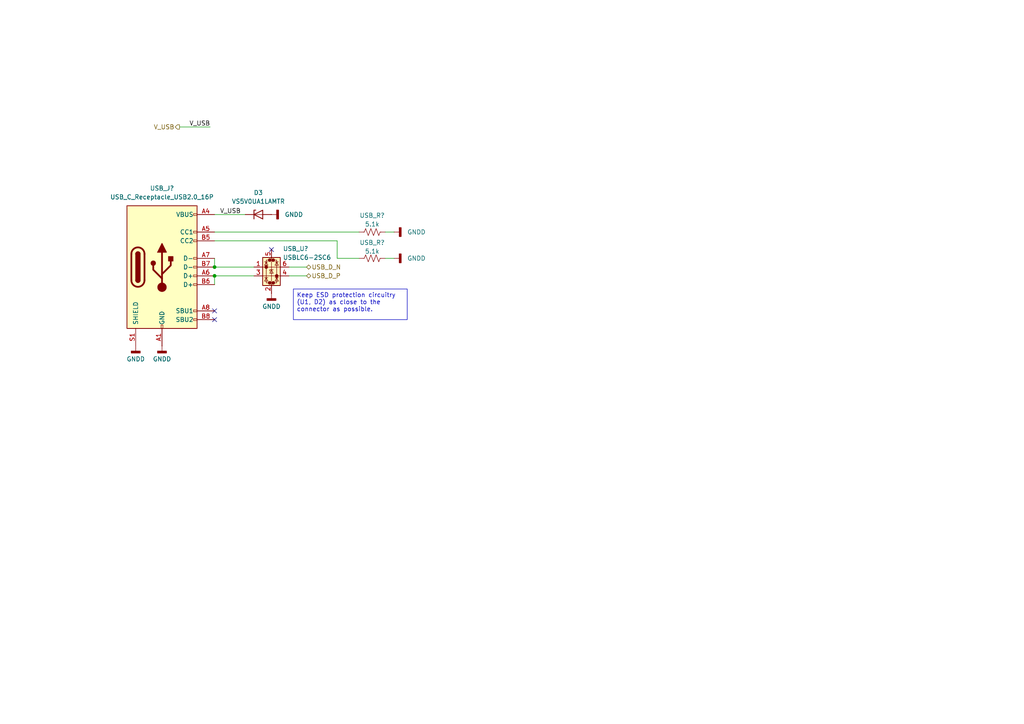
<source format=kicad_sch>
(kicad_sch (version 20250114) (generator "eeschema") (generator_version "9.0")
  (paper "A4")
  (title_block (title "Ride-Along Module") (date "2025-04-10") (rev "1") (company "Rowan Rocketry"))
  (lib_symbols
    (symbol "Connector:USB_C_Receptacle_USB2.0_16P" (pin_names (offset 1.016))
      (property "Reference" "J" (at 0 22.225 0))
      (property "Value" "USB_C_Receptacle_USB2.0_16P" (at 0 19.685 0))
      (symbol "USB_C_Receptacle_USB2.0_16P_0_0"
        (rectangle (start -0.254 -17.78) (end 0.254 -16.764))
        (rectangle (start 10.16 15.494) (end 9.144 14.986))
        (rectangle (start 10.16 10.414) (end 9.144 9.906))
        (rectangle (start 10.16 7.874) (end 9.144 7.366))
        (rectangle (start 10.16 2.794) (end 9.144 2.286))
        (rectangle (start 10.16 0.254) (end 9.144 -0.254))
        (rectangle (start 10.16 -2.286) (end 9.144 -2.794))
        (rectangle (start 10.16 -4.826) (end 9.144 -5.334))
        (rectangle (start 10.16 -12.446) (end 9.144 -12.954))
        (rectangle (start 10.16 -14.986) (end 9.144 -15.494))
      )
      (symbol "USB_C_Receptacle_USB2.0_16P_0_1"
        (rectangle (start -10.16 17.78) (end 10.16 -17.78) (stroke (width 0.254)) (fill (type background)))
        (polyline (pts (xy -8.89 -3.81) (xy -8.89 3.81)) (stroke (width 0.508)))
        (rectangle (start -7.62 -3.81) (end -6.35 3.81) (stroke (width 0.254)) (fill (type outline)))
        (arc (start -7.62 3.81) (mid -6.985 4.4423) (end -6.35 3.81) (stroke (width 0.254)))
        (arc (start -7.62 3.81) (mid -6.985 4.4423) (end -6.35 3.81) (stroke (width 0.254)) (fill (type outline)))
        (arc (start -8.89 3.81) (mid -6.985 5.7067) (end -5.08 3.81) (stroke (width 0.508)))
        (arc (start -5.08 -3.81) (mid -6.985 -5.7067) (end -8.89 -3.81) (stroke (width 0.508)))
        (arc (start -6.35 -3.81) (mid -6.985 -4.4423) (end -7.62 -3.81) (stroke (width 0.254)))
        (arc (start -6.35 -3.81) (mid -6.985 -4.4423) (end -7.62 -3.81) (stroke (width 0.254)) (fill (type outline)))
        (polyline (pts (xy -5.08 3.81) (xy -5.08 -3.81)) (stroke (width 0.508)))
        (circle (center -2.54 1.143) (radius 0.635) (stroke (width 0.254)) (fill (type outline)))
        (polyline (pts (xy -1.27 4.318) (xy 0 6.858) (xy 1.27 4.318) (xy -1.27 4.318)) (stroke (width 0.254)) (fill (type outline)))
        (polyline (pts (xy 0 -2.032) (xy 2.54 0.508) (xy 2.54 1.778)) (stroke (width 0.508)))
        (polyline (pts (xy 0 -3.302) (xy -2.54 -0.762) (xy -2.54 0.508)) (stroke (width 0.508)))
        (polyline (pts (xy 0 -5.842) (xy 0 4.318)) (stroke (width 0.508)))
        (circle (center 0 -5.842) (radius 1.27) (fill (type outline)))
        (rectangle (start 1.905 1.778) (end 3.175 3.048) (stroke (width 0.254)) (fill (type outline)))
      )
      (symbol "USB_C_Receptacle_USB2.0_16P_1_1"
        (pin passive line (at -7.62 -22.86 90) (length 5.08) (name "SHIELD") (number "S1"))
        (pin passive line (at 0 -22.86 90) (length 5.08) (name "GND") (number "A1"))
        (pin passive line (at 0 -22.86 90) (length 5.08) (hide yes) (name "GND") (number "A12"))
        (pin passive line (at 0 -22.86 90) (length 5.08) (hide yes) (name "GND") (number "B1"))
        (pin passive line (at 0 -22.86 90) (length 5.08) (hide yes) (name "GND") (number "B12"))
        (pin passive line (at 15.24 15.24 180) (length 5.08) (name "VBUS") (number "A4"))
        (pin passive line (at 15.24 15.24 180) (length 5.08) (hide yes) (name "VBUS") (number "A9"))
        (pin passive line (at 15.24 15.24 180) (length 5.08) (hide yes) (name "VBUS") (number "B4"))
        (pin passive line (at 15.24 15.24 180) (length 5.08) (hide yes) (name "VBUS") (number "B9"))
        (pin bidirectional line (at 15.24 10.16 180) (length 5.08) (name "CC1") (number "A5"))
        (pin bidirectional line (at 15.24 7.62 180) (length 5.08) (name "CC2") (number "B5"))
        (pin bidirectional line (at 15.24 2.54 180) (length 5.08) (name "D-") (number "A7"))
        (pin bidirectional line (at 15.24 0 180) (length 5.08) (name "D-") (number "B7"))
        (pin bidirectional line (at 15.24 -2.54 180) (length 5.08) (name "D+") (number "A6"))
        (pin bidirectional line (at 15.24 -5.08 180) (length 5.08) (name "D+") (number "B6"))
        (pin bidirectional line (at 15.24 -12.7 180) (length 5.08) (name "SBU1") (number "A8"))
        (pin bidirectional line (at 15.24 -15.24 180) (length 5.08) (name "SBU2") (number "B8"))
      )
    )
    (symbol "Device:D_Zener" (pin_numbers (hide yes)) (pin_names (offset 1.016) (hide yes))
      (property "Reference" "D" (at 0 2.54 0))
      (property "Value" "D_Zener" (at 0 -2.54 0))
      (symbol "D_Zener_0_1"
        (polyline (pts (xy -1.27 -1.27) (xy -1.27 1.27) (xy -0.762 1.27)) (stroke (width 0.254)))
        (polyline (pts (xy 1.27 0) (xy -1.27 0)))
        (polyline (pts (xy 1.27 -1.27) (xy 1.27 1.27) (xy -1.27 0) (xy 1.27 -1.27)) (stroke (width 0.254)))
      )
      (symbol "D_Zener_1_1"
        (pin passive line (at -3.81 0 0) (length 2.54) (name "K") (number "1"))
        (pin passive line (at 3.81 0 180) (length 2.54) (name "A") (number "2"))
      )
    )
    (symbol "Device:R_US" (pin_numbers (hide yes)) (pin_names (offset 0))
      (property "Reference" "R" (at 2.54 0 90))
      (property "Value" "R_US" (at -2.54 0 90))
      (symbol "R_US_0_1"
        (polyline (pts (xy 0 2.286) (xy 0 2.54)))
        (polyline (pts (xy 0 2.286) (xy 1.016 1.905) (xy 0 1.524) (xy -1.016 1.143) (xy 0 0.762)))
        (polyline (pts (xy 0 0.762) (xy 1.016 0.381) (xy 0 0) (xy -1.016 -0.381) (xy 0 -0.762)))
        (polyline (pts (xy 0 -0.762) (xy 1.016 -1.143) (xy 0 -1.524) (xy -1.016 -1.905) (xy 0 -2.286)))
        (polyline (pts (xy 0 -2.286) (xy 0 -2.54)))
      )
      (symbol "R_US_1_1"
        (pin passive line (at 0 3.81 270) (length 1.27) (name "~") (number "1"))
        (pin passive line (at 0 -3.81 90) (length 1.27) (name "~") (number "2"))
      )
    )
    (symbol "Power_Protection:USBLC6-2SC6" (pin_names (hide yes))
      (property "Reference" "U" (at 0.635 5.715 0))
      (property "Value" "USBLC6-2SC6" (at 0.635 3.81 0))
      (symbol "USBLC6-2SC6_0_0"
        (circle (center -1.524 0) (radius 0.0001) (stroke (width 0.508)))
        (circle (center -0.508 2.032) (radius 0.0001) (stroke (width 0.508)))
        (circle (center -0.508 -4.572) (radius 0.0001) (stroke (width 0.508)))
        (circle (center 0.508 2.032) (radius 0.0001) (stroke (width 0.508)))
        (circle (center 0.508 -4.572) (radius 0.0001) (stroke (width 0.508)))
        (circle (center 1.524 -2.54) (radius 0.0001) (stroke (width 0.508)))
      )
      (symbol "USBLC6-2SC6_0_1"
        (polyline (pts (xy -2.54 0) (xy 2.54 0)))
        (polyline (pts (xy -2.54 -2.54) (xy 2.54 -2.54)))
        (polyline (pts (xy -2.032 0.508) (xy -1.016 0.508) (xy -1.524 1.524) (xy -2.032 0.508)))
        (polyline (pts (xy -2.032 -3.048) (xy -1.016 -3.048)))
        (polyline (pts (xy -1.016 1.524) (xy -2.032 1.524)))
        (polyline (pts (xy -1.016 -4.064) (xy -2.032 -4.064) (xy -1.524 -3.048) (xy -1.016 -4.064)))
        (polyline (pts (xy -0.508 -1.143) (xy -0.508 -0.762) (xy 0.508 -0.762)))
        (polyline (pts (xy 0 2.54) (xy -0.508 2.032) (xy 0.508 2.032) (xy 0 1.524) (xy 0 -4.064) (xy -0.508 -4.572) (xy 0.508 -4.572) (xy 0 -5.08)))
        (polyline (pts (xy 0.508 -1.778) (xy -0.508 -1.778) (xy 0 -0.762) (xy 0.508 -1.778)))
        (polyline (pts (xy 1.016 1.524) (xy 2.032 1.524)))
        (polyline (pts (xy 1.016 -3.048) (xy 2.032 -3.048)))
        (polyline (pts (xy 2.032 0.508) (xy 1.016 0.508) (xy 1.524 1.524) (xy 2.032 0.508)))
        (polyline (pts (xy 2.032 -4.064) (xy 1.016 -4.064) (xy 1.524 -3.048) (xy 2.032 -4.064)))
      )
      (symbol "USBLC6-2SC6_1_1"
        (rectangle (start -2.54 2.794) (end 2.54 -5.334) (stroke (width 0.254)) (fill (type background)))
        (polyline (pts (xy -0.508 2.032) (xy -1.524 2.032) (xy -1.524 -4.572) (xy -0.508 -4.572)))
        (polyline (pts (xy 0.508 -4.572) (xy 1.524 -4.572) (xy 1.524 2.032) (xy 0.508 2.032)))
        (pin passive line (at -5.08 0 0) (length 2.54) (name "I/O1") (number "1"))
        (pin passive line (at -5.08 -2.54 0) (length 2.54) (name "I/O2") (number "3"))
        (pin passive line (at 0 5.08 270) (length 2.54) (name "VBUS") (number "5"))
        (pin passive line (at 0 -7.62 90) (length 2.54) (name "GND") (number "2"))
        (pin passive line (at 5.08 0 180) (length 2.54) (name "I/O1") (number "6"))
        (pin passive line (at 5.08 -2.54 180) (length 2.54) (name "I/O2") (number "4"))
      )
    )
    (symbol "power:GNDD" (power) (pin_numbers (hide yes)) (pin_names (offset 0) (hide yes))
      (property "Value" "GNDD" (at 0 -3.175 0))
      (symbol "GNDD_0_1"
        (rectangle (start -1.27 -1.524) (end 1.27 -2.032) (stroke (width 0.254)) (fill (type outline)))
        (polyline (pts (xy 0 0) (xy 0 -1.524)))
      )
      (symbol "GNDD_1_1"
        (pin power_in line (at 0 0 270) (length 0) (name "~") (number "1"))
      )
    )
  )
  (text_box "Keep ESD protection circuitry (U1, D2) as close to the connector as possible." (at 85.09 83.82 0) (size 33.02 8.89) (margins 0.9525 0.9525 0.9525 0.9525) (effects (font (size 1.27 1.27)) (justify left top)))
  (junction (at 62.23 77.47))
  (junction (at 62.23 80.01))
  (no_connect (at 78.74 72.39))
  (no_connect (at 62.23 90.17))
  (no_connect (at 62.23 92.71))
  (wire (pts (xy 62.23 62.23) (xy 71.12 62.23)))
  (wire (pts (xy 88.9 80.01) (xy 83.82 80.01)))
  (wire (pts (xy 60.96 36.83) (xy 52.07 36.83)))
  (wire (pts (xy 111.76 74.93) (xy 114.3 74.93)))
  (wire (pts (xy 88.9 77.47) (xy 83.82 77.47)))
  (wire (pts (xy 62.23 80.01) (xy 73.66 80.01)))
  (wire (pts (xy 97.79 69.85) (xy 97.79 74.93)))
  (wire (pts (xy 62.23 69.85) (xy 97.79 69.85)))
  (wire (pts (xy 62.23 74.93) (xy 62.23 77.47)))
  (wire (pts (xy 111.76 67.31) (xy 114.3 67.31)))
  (wire (pts (xy 62.23 82.55) (xy 62.23 80.01)))
  (wire (pts (xy 97.79 74.93) (xy 104.14 74.93)))
  (wire (pts (xy 62.23 67.31) (xy 104.14 67.31)))
  (wire (pts (xy 62.23 77.47) (xy 73.66 77.47)))
  (label "V_USB" (at 69.85 62.23 180))
  (label "V_USB" (at 60.96 36.83 180))
  (hierarchical_label "USB_D_N" (shape bidirectional) (at 88.9 77.47 0))
  (hierarchical_label "V_USB" (shape output) (at 52.07 36.83 180))
  (hierarchical_label "USB_D_P" (shape bidirectional) (at 88.9 80.01 0))
  (symbol (lib_id "Power_Protection:USBLC6-2SC6") (at 78.74 77.47 0) (unit 1)
    (property "Reference" "U2" (at 82.042 72.136 0) (effects (justify left)))
    (property "Value" "USBLC6-2SC6" (at 82.042 74.676 0) (effects (justify left)))
    (property "Footprint" "Package_TO_SOT_SMD:SOT-23-6" (effects (hide yes)))
    (property "Datasheet" "https://www.st.com/resource/en/datasheet/usblc6-2.pdf" (effects (hide yes)))
    (property "Description" "Very low capacitance ESD protection diode, 2 data-line, SOT-23-6" (effects (hide yes)))
    (property "Purchase" "https://www.digikey.com/en/products/detail/stmicroelectronics/USBLC6-2SC6/1040559" (effects (hide yes)))
    (instances (project "Radio-Module" (path "" (reference "USB_U?") (unit 1))) (project "Radio-Module" (path "" (reference "U2") (unit 1))) (project "Main-Module" (path "" (reference "USB_U1") (unit 1))))
  )
  (symbol (lib_id "Connector:USB_C_Receptacle_USB2.0_16P") (at 46.99 77.47 0) (unit 1)
    (property "Reference" "J3" (at 46.99 54.61 0))
    (property "Value" "USB_C_Receptacle_USB2.0_16P" (at 46.99 57.15 0))
    (property "Footprint" "Connector_USB:USB_C_Receptacle_GCT_USB4105-xx-A_16P_TopMnt_Horizontal" (effects (hide yes)))
    (property "Datasheet" "https://www.usb.org/sites/default/files/documents/usb_type-c.zip" (effects (hide yes)))
    (property "Description" "USB 2.0-only 16P Type-C Receptacle connector" (effects (hide yes)))
    (property "Purchase" "https://www.digikey.com/en/products/detail/gct/USB4105-GF-A/11198441" (effects (hide yes)))
    (instances (project "Radio-Module" (path "" (reference "USB_J?") (unit 1))) (project "Radio-Module" (path "" (reference "J3") (unit 1))) (project "Main-Module" (path "" (reference "USB_J1") (unit 1))))
  )
  (symbol (lib_id "power:GNDD") (at 46.99 100.33 0) (unit 1)
    (property "Reference" "#PWR030" (effects (hide yes)))
    (property "Value" "GNDD" (at 46.99 104.14 0))
    (property "Description" "Power symbol creates a global label with name \"GNDD\" , digital ground" (effects (hide yes)))
    (instances (project "Radio-Module" (path "" (reference "#PWR?") (unit 1))) (project "Radio-Module" (path "" (reference "#PWR030") (unit 1))) (project "Main-Module" (path "" (reference "#PWR037") (unit 1))))
  )
  (symbol (lib_id "power:GNDD") (at 78.74 62.23 90) (unit 1)
    (property "Reference" "#PWR031" (effects (hide yes)))
    (property "Value" "GNDD" (at 82.55 62.2299 90) (effects (justify right)))
    (property "Description" "Power symbol creates a global label with name \"GNDD\" , digital ground" (effects (hide yes)))
    (instances (project "Radio-Module" (path "" (reference "#PWR?") (unit 1))) (project "Radio-Module" (path "" (reference "#PWR031") (unit 1))) (project "Main-Module" (path "" (reference "#PWR039") (unit 1))))
  )
  (symbol (lib_id "power:GNDD") (at 39.37 100.33 0) (unit 1)
    (property "Reference" "#PWR029" (effects (hide yes)))
    (property "Value" "GNDD" (at 39.37 104.14 0))
    (property "Description" "Power symbol creates a global label with name \"GNDD\" , digital ground" (effects (hide yes)))
    (instances (project "Radio-Module" (path "" (reference "#PWR?") (unit 1))) (project "Radio-Module" (path "" (reference "#PWR029") (unit 1))) (project "Main-Module" (path "" (reference "#PWR036") (unit 1))))
  )
  (symbol (lib_id "Device:D_Zener") (at 74.93 62.23 0) (unit 1)
    (property "Reference" "D3" (at 74.93 55.88 0))
    (property "Value" "VS5V0UA1LAMTR" (at 74.93 58.42 0))
    (property "Footprint" "Diode_SMD:D_SOD-128" (effects (hide yes)))
    (property "Datasheet" "https://fscdn.rohm.com/en/products/databook/datasheet/discrete/diode/zener/vs5v0ua1lamtr-e.pdf" (effects (hide yes)))
    (property "Description" "Zener diode" (effects (hide yes)))
    (property "Purchase" "https://www.digikey.com/en/products/detail/rohm-semiconductor/VS5V0UA1LAMTR/7902291?s=N4IgTCBcDaIGoGUCscAMBVAggRgDKYFkAVAJRAF0BfIA" (effects (hide yes)))
  )
  (symbol (lib_id "Device:R_US") (at 107.95 74.93 90) (unit 1)
    (property "Reference" "R8" (at 107.95 70.358 90))
    (property "Value" "5.1k" (at 107.95 72.898 90))
    (property "Footprint" "Resistor_SMD:R_0603_1608Metric" (effects (hide yes)))
    (property "Description" "Resistor, US symbol" (effects (hide yes)))
    (instances (project "Radio-Module" (path "" (reference "USB_R?") (unit 1))) (project "Radio-Module" (path "" (reference "R8") (unit 1))) (project "Main-Module" (path "" (reference "USB_R2") (unit 1))))
  )
  (symbol (lib_id "Device:R_US") (at 107.95 67.31 90) (unit 1)
    (property "Reference" "R7" (at 107.95 62.484 90))
    (property "Value" "5.1k" (at 107.95 65.024 90))
    (property "Footprint" "Resistor_SMD:R_0603_1608Metric" (effects (hide yes)))
    (property "Description" "Resistor, US symbol" (effects (hide yes)))
    (instances (project "Radio-Module" (path "" (reference "USB_R?") (unit 1))) (project "Radio-Module" (path "" (reference "R7") (unit 1))) (project "Main-Module" (path "" (reference "USB_R1") (unit 1))))
  )
  (symbol (lib_id "power:GNDD") (at 114.3 74.93 90) (unit 1)
    (property "Reference" "#PWR034" (effects (hide yes)))
    (property "Value" "GNDD" (at 118.11 74.9299 90) (effects (justify right)))
    (property "Description" "Power symbol creates a global label with name \"GNDD\" , digital ground" (effects (hide yes)))
    (instances (project "Radio-Module" (path "" (reference "#PWR?") (unit 1))) (project "Radio-Module" (path "" (reference "#PWR034") (unit 1))) (project "Main-Module" (path "" (reference "#PWR041") (unit 1))))
  )
  (symbol (lib_id "power:GNDD") (at 78.74 85.09 0) (unit 1)
    (property "Reference" "#PWR032" (effects (hide yes)))
    (property "Value" "GNDD" (at 78.74 88.9 0))
    (property "Description" "Power symbol creates a global label with name \"GNDD\" , digital ground" (effects (hide yes)))
    (instances (project "Radio-Module" (path "" (reference "#PWR?") (unit 1))) (project "Radio-Module" (path "" (reference "#PWR032") (unit 1))) (project "Main-Module" (path "" (reference "#PWR038") (unit 1))))
  )
  (symbol (lib_id "power:GNDD") (at 114.3 67.31 90) (unit 1)
    (property "Reference" "#PWR033" (effects (hide yes)))
    (property "Value" "GNDD" (at 118.11 67.3099 90) (effects (justify right)))
    (property "Description" "Power symbol creates a global label with name \"GNDD\" , digital ground" (effects (hide yes)))
    (instances (project "Radio-Module" (path "" (reference "#PWR?") (unit 1))) (project "Radio-Module" (path "" (reference "#PWR033") (unit 1))) (project "Main-Module" (path "" (reference "#PWR040") (unit 1))))
  )
)
</source>
